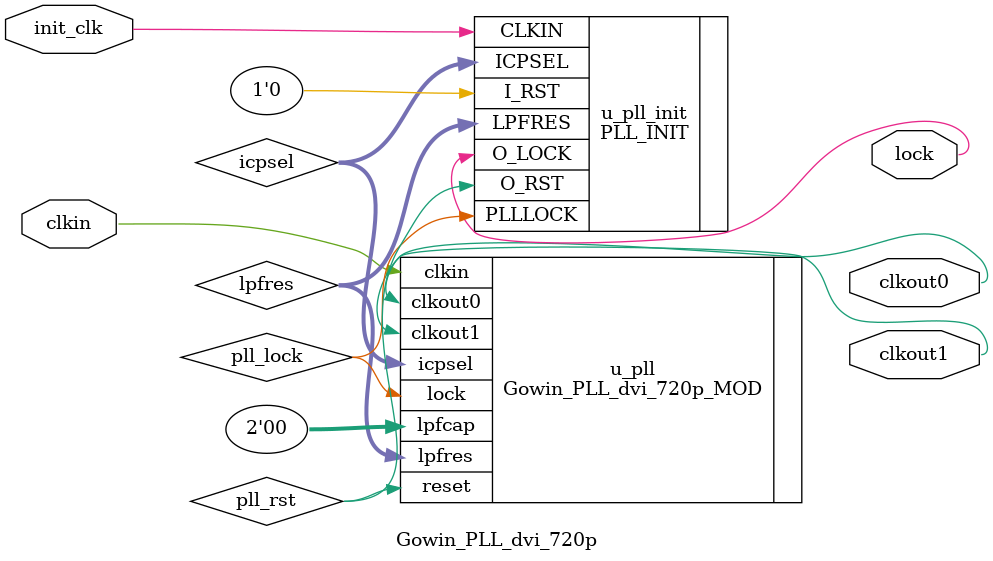
<source format=v>
module Gowin_PLL_dvi_720p(
    clkin,
    init_clk,
    clkout0,
    clkout1,
    lock
);


input clkin;
input init_clk;
output clkout0;
output clkout1;
output lock;
wire [5:0] icpsel;
wire [2:0] lpfres;
wire pll_lock;
wire pll_rst;


    Gowin_PLL_dvi_720p_MOD u_pll(
        .clkout1(clkout1),
        .clkout0(clkout0),
        .lock(pll_lock),
        .clkin(clkin),
        .reset(pll_rst),
        .icpsel(icpsel),
        .lpfres(lpfres),
        .lpfcap(2'b00)
    );


    PLL_INIT u_pll_init(
        .CLKIN(init_clk),
        .I_RST(1'b0),
        .O_RST(pll_rst),
        .PLLLOCK(pll_lock),
        .O_LOCK(lock),
        .ICPSEL(icpsel),
        .LPFRES(lpfres)
    );
    defparam u_pll_init.CLK_PERIOD = 20;
    defparam u_pll_init.MULTI_FAC = 15;


endmodule

</source>
